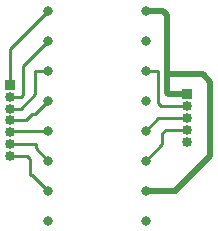
<source format=gbr>
%TF.GenerationSoftware,KiCad,Pcbnew,7.0.1*%
%TF.CreationDate,2023-04-23T12:43:51+02:00*%
%TF.ProjectId,display7segm,64697370-6c61-4793-9773-65676d2e6b69,rev?*%
%TF.SameCoordinates,Original*%
%TF.FileFunction,Copper,L1,Top*%
%TF.FilePolarity,Positive*%
%FSLAX46Y46*%
G04 Gerber Fmt 4.6, Leading zero omitted, Abs format (unit mm)*
G04 Created by KiCad (PCBNEW 7.0.1) date 2023-04-23 12:43:51*
%MOMM*%
%LPD*%
G01*
G04 APERTURE LIST*
%TA.AperFunction,ComponentPad*%
%ADD10O,0.850000X0.850000*%
%TD*%
%TA.AperFunction,ComponentPad*%
%ADD11R,0.850000X0.850000*%
%TD*%
%TA.AperFunction,ComponentPad*%
%ADD12C,0.830000*%
%TD*%
%TA.AperFunction,Conductor*%
%ADD13C,0.500000*%
%TD*%
%TA.AperFunction,Conductor*%
%ADD14C,0.250000*%
%TD*%
G04 APERTURE END LIST*
D10*
%TO.P,REF\u002A\u002A,5*%
%TO.N,N/C*%
X43850000Y-32200000D03*
%TO.P,REF\u002A\u002A,4*%
X43850000Y-31200000D03*
%TO.P,REF\u002A\u002A,3*%
X43850000Y-30200000D03*
%TO.P,REF\u002A\u002A,2*%
X43850000Y-29200000D03*
D11*
%TO.P,REF\u002A\u002A,1*%
X43850000Y-28200000D03*
%TD*%
D12*
%TO.P,74HC595N DIP16,1*%
%TO.N,N/C*%
X40325000Y-21110000D03*
%TO.P,74HC595N DIP16,2*%
X40325000Y-23650000D03*
%TO.P,74HC595N DIP16,3*%
X40325000Y-26190000D03*
%TO.P,74HC595N DIP16,4*%
X40325000Y-28730000D03*
%TO.P,74HC595N DIP16,5*%
X40325000Y-31270000D03*
%TO.P,74HC595N DIP16,6*%
X40325000Y-33810000D03*
%TO.P,74HC595N DIP16,7*%
X40325000Y-36350000D03*
%TO.P,74HC595N DIP16,8*%
X40325000Y-38890000D03*
%TO.P,74HC595N DIP16,9*%
X32075000Y-21110000D03*
%TO.P,74HC595N DIP16,10*%
X32075000Y-23650000D03*
%TO.P,74HC595N DIP16,11*%
X32075000Y-26190000D03*
%TO.P,74HC595N DIP16,12*%
X32075000Y-28730000D03*
%TO.P,74HC595N DIP16,13*%
X32075000Y-31270000D03*
%TO.P,74HC595N DIP16,14*%
X32075000Y-33810000D03*
%TO.P,74HC595N DIP16,15*%
X32075000Y-36350000D03*
%TO.P,74HC595N DIP16,16*%
X32075000Y-38890000D03*
%TD*%
D11*
%TO.P,REF\u002A\u002A,1*%
%TO.N,N/C*%
X28850000Y-27400000D03*
D10*
%TO.P,REF\u002A\u002A,2*%
X28850000Y-28400000D03*
%TO.P,REF\u002A\u002A,3*%
X28850000Y-29400000D03*
%TO.P,REF\u002A\u002A,4*%
X28850000Y-30400000D03*
%TO.P,REF\u002A\u002A,5*%
X28850000Y-31400000D03*
%TO.P,REF\u002A\u002A,6*%
X28850000Y-32400000D03*
%TO.P,REF\u002A\u002A,7*%
X28850000Y-33400000D03*
%TD*%
D13*
%TO.N,*%
X43850000Y-28200000D02*
X42300000Y-28200000D01*
X42150000Y-28050000D02*
X42150000Y-26500000D01*
X42300000Y-28200000D02*
X42150000Y-28050000D01*
D14*
X42900000Y-36300000D02*
X42850000Y-36350000D01*
D13*
X42850000Y-36350000D02*
X40325000Y-36350000D01*
X45150000Y-26500000D02*
X45800000Y-27150000D01*
X42150000Y-26500000D02*
X42150000Y-21500000D01*
D14*
X30250000Y-33400000D02*
X28850000Y-33400000D01*
X28850000Y-28400000D02*
X29800000Y-28400000D01*
D13*
X42150000Y-21500000D02*
X41760000Y-21110000D01*
D14*
X30725000Y-35000000D02*
X30500000Y-35000000D01*
X30950000Y-28200000D02*
X29750000Y-29400000D01*
X29750000Y-29400000D02*
X28850000Y-29400000D01*
X28850000Y-27400000D02*
X28850000Y-24335000D01*
X32075000Y-31270000D02*
X28980000Y-31270000D01*
X32075000Y-33810000D02*
X31000000Y-32735000D01*
X42000000Y-31200000D02*
X41700000Y-31500000D01*
X28980000Y-31270000D02*
X28850000Y-31400000D01*
X40325000Y-26190000D02*
X41390000Y-26190000D01*
X41700000Y-31500000D02*
X41700000Y-32435000D01*
D13*
X42150000Y-26500000D02*
X45150000Y-26500000D01*
D14*
X41400000Y-28950000D02*
X41650000Y-29200000D01*
X43850000Y-30200000D02*
X41395000Y-30200000D01*
X31000000Y-32735000D02*
X31000000Y-32400000D01*
X41400000Y-26200000D02*
X41400000Y-28950000D01*
X43850000Y-31200000D02*
X42000000Y-31200000D01*
X32075000Y-28730000D02*
X30905000Y-29900000D01*
X41700000Y-32435000D02*
X40325000Y-33810000D01*
X41395000Y-30200000D02*
X40325000Y-31270000D01*
X30500000Y-33650000D02*
X30250000Y-33400000D01*
X43850000Y-29200000D02*
X41650000Y-29200000D01*
X29950000Y-25775000D02*
X32075000Y-23650000D01*
X29950000Y-28250000D02*
X29950000Y-25775000D01*
X30500000Y-35000000D02*
X30500000Y-33650000D01*
X30950000Y-26200000D02*
X30950000Y-28200000D01*
X41390000Y-26190000D02*
X41400000Y-26200000D01*
D13*
X45800000Y-27150000D02*
X45800000Y-33400000D01*
D14*
X30960000Y-26190000D02*
X30950000Y-26200000D01*
X32075000Y-36350000D02*
X30725000Y-35000000D01*
X31000000Y-32400000D02*
X28850000Y-32400000D01*
X28850000Y-24335000D02*
X32075000Y-21110000D01*
X30905000Y-29900000D02*
X30700000Y-29900000D01*
X32075000Y-26190000D02*
X30960000Y-26190000D01*
X29800000Y-28400000D02*
X29950000Y-28250000D01*
X30700000Y-29900000D02*
X30200000Y-30400000D01*
X30200000Y-30400000D02*
X28850000Y-30400000D01*
D13*
X41760000Y-21110000D02*
X40325000Y-21110000D01*
X45800000Y-33400000D02*
X42900000Y-36300000D01*
%TD*%
M02*

</source>
